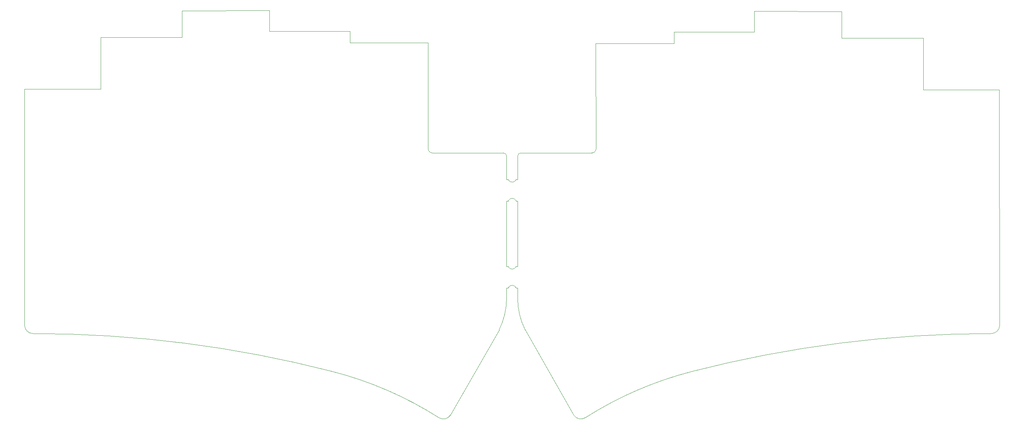
<source format=gm1>
G04 #@! TF.GenerationSoftware,KiCad,Pcbnew,6.0.5*
G04 #@! TF.CreationDate,2022-08-03T13:04:35-04:00*
G04 #@! TF.ProjectId,sweep-high,73776565-702d-4686-9967-682e6b696361,rev?*
G04 #@! TF.SameCoordinates,Original*
G04 #@! TF.FileFunction,Profile,NP*
%FSLAX46Y46*%
G04 Gerber Fmt 4.6, Leading zero omitted, Abs format (unit mm)*
G04 Created by KiCad (PCBNEW 6.0.5) date 2022-08-03 13:04:35*
%MOMM*%
%LPD*%
G01*
G04 APERTURE LIST*
G04 #@! TA.AperFunction,Profile*
%ADD10C,0.050000*%
G04 #@! TD*
G04 APERTURE END LIST*
D10*
X227807159Y-54783143D02*
X227807159Y-48484685D01*
X207248597Y-53339999D02*
X207248597Y-48398082D01*
X227807159Y-48484685D02*
X207248597Y-48398082D01*
X264910345Y-66947674D02*
X247011045Y-66947674D01*
X188311645Y-56018082D02*
X169888045Y-56018082D01*
X207248597Y-53339999D02*
X188311645Y-53339999D01*
X247011045Y-54783143D02*
X247011045Y-66947674D01*
X188311645Y-56018082D02*
X188311645Y-53339999D01*
X247011045Y-54783143D02*
X227807159Y-54783143D01*
X93102448Y-48260000D02*
X72543886Y-48346603D01*
X93102448Y-48260000D02*
X93102448Y-53201917D01*
X112039400Y-53201917D02*
X112039400Y-55880000D01*
X72543886Y-48346603D02*
X72543886Y-54645061D01*
X53340000Y-66809592D02*
X53340000Y-54645061D01*
X53340000Y-66809592D02*
X35440700Y-66809592D01*
X72543886Y-54645061D02*
X53340000Y-54645061D01*
X112039400Y-53201917D02*
X93102448Y-53201917D01*
X130463000Y-55880000D02*
X130463000Y-58420000D01*
X130463000Y-55880000D02*
X112039400Y-55880000D01*
X148912000Y-82616000D02*
G75*
G03*
X148162000Y-81866000I-750000J0D01*
G01*
X148912000Y-93218000D02*
X148912000Y-101262000D01*
X131458000Y-81868917D02*
X148162000Y-81866000D01*
X147161679Y-123613657D02*
X135710000Y-143699265D01*
X147161678Y-123613657D02*
G75*
G03*
X148924000Y-116248000I-15055878J7495957D01*
G01*
X148912000Y-82616000D02*
X148924000Y-88110000D01*
X149288500Y-88110000D02*
X148924000Y-88110000D01*
X149288500Y-93218000D02*
X148912000Y-93218000D01*
X149288500Y-108628000D02*
X148924000Y-108628000D01*
X149288500Y-113728500D02*
X148912000Y-113728500D01*
X148912000Y-101262000D02*
X148924000Y-108628000D01*
X148912000Y-113728500D02*
X148924000Y-116248000D01*
X130457983Y-80868917D02*
G75*
G03*
X131458000Y-81868917I1000017J17D01*
G01*
X130458000Y-80868917D02*
X130463000Y-58420000D01*
X37768000Y-124474571D02*
X37493002Y-124473917D01*
X132978000Y-144298000D02*
G75*
G03*
X107797707Y-133384137I-46730000J-73310000D01*
G01*
X107797707Y-133384137D02*
G75*
G03*
X37768000Y-124474571I-70309647J-272964333D01*
G01*
X35458002Y-122542999D02*
G75*
G03*
X37493002Y-124473917I1999998J69999D01*
G01*
X132978000Y-144298000D02*
G75*
G03*
X135710000Y-143699265I1070000J1650000D01*
G01*
X35440700Y-66809592D02*
X35458001Y-122542999D01*
X168999840Y-81868917D02*
X152295840Y-81866000D01*
X151545840Y-113728500D02*
X151533840Y-116248000D01*
X153280536Y-123572150D02*
X164747840Y-143699265D01*
X264910345Y-66947674D02*
X264999839Y-122542999D01*
X151545840Y-101262000D02*
X151533840Y-108628000D01*
X152295840Y-81866040D02*
G75*
G03*
X151545840Y-82616000I-40J-749960D01*
G01*
X151545840Y-93218000D02*
X151545840Y-101262000D01*
X192659667Y-133382324D02*
G75*
G03*
X167479840Y-144298000I21570333J-84257276D01*
G01*
X262689840Y-124474581D02*
G75*
G03*
X192659669Y-133382330I279960J-281933419D01*
G01*
X164747794Y-143699294D02*
G75*
G03*
X167479840Y-144298000I1662006J1051294D01*
G01*
X151533862Y-116248000D02*
G75*
G03*
X153280536Y-123572150I16773838J129900D01*
G01*
X151545840Y-82616000D02*
X151533840Y-88110000D01*
X168999840Y-81868940D02*
G75*
G03*
X169999840Y-80868917I-40J1000040D01*
G01*
X169999840Y-80868917D02*
X169888045Y-56018082D01*
X262689840Y-124474571D02*
X262964838Y-124473917D01*
X262964837Y-124473959D02*
G75*
G03*
X264999839Y-122542999I34963J2000959D01*
G01*
X151533840Y-88110000D02*
X151193500Y-88110000D01*
X151545840Y-93218000D02*
X151193500Y-93218000D01*
X151193499Y-113728501D02*
G75*
G03*
X149288501Y-113728500I-952499J-380999D01*
G01*
X151533840Y-108628000D02*
X151193500Y-108628000D01*
X151193499Y-93218001D02*
G75*
G03*
X149288501Y-93218000I-952499J-380999D01*
G01*
X151545840Y-113728500D02*
X151193500Y-113728500D01*
X149288501Y-108627999D02*
G75*
G03*
X151193499Y-108628000I952499J360499D01*
G01*
X149288500Y-88109999D02*
G75*
G03*
X151193499Y-88110000I952500J352999D01*
G01*
M02*

</source>
